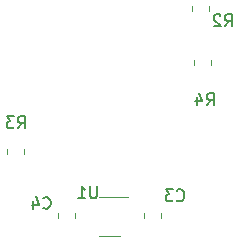
<source format=gbr>
G04 #@! TF.GenerationSoftware,KiCad,Pcbnew,(5.0.0-rc3-dev)*
G04 #@! TF.CreationDate,2018-07-03T21:05:53+03:00*
G04 #@! TF.ProjectId,board,626F6172642E6B696361645F70636200,v0.1*
G04 #@! TF.SameCoordinates,Original*
G04 #@! TF.FileFunction,Legend,Bot*
G04 #@! TF.FilePolarity,Positive*
%FSLAX46Y46*%
G04 Gerber Fmt 4.6, Leading zero omitted, Abs format (unit mm)*
G04 Created by KiCad (PCBNEW (5.0.0-rc3-dev)) date Tue Jul  3 21:05:53 2018*
%MOMM*%
%LPD*%
G01*
G04 APERTURE LIST*
%ADD10C,0.120000*%
%ADD11C,0.150000*%
G04 APERTURE END LIST*
D10*
G04 #@! TO.C,C4*
X125424000Y-70245017D02*
X125424000Y-70660983D01*
X124004000Y-70245017D02*
X124004000Y-70660983D01*
G04 #@! TO.C,C3*
X131243000Y-70245017D02*
X131243000Y-70660983D01*
X132663000Y-70245017D02*
X132663000Y-70660983D01*
G04 #@! TO.C,U1*
X129216356Y-72183000D02*
X127416356Y-72183000D01*
X127416356Y-68963000D02*
X129866356Y-68963000D01*
G04 #@! TO.C,R4*
X135497500Y-57738983D02*
X135497500Y-57323017D01*
X136917500Y-57738983D02*
X136917500Y-57323017D01*
G04 #@! TO.C,R3*
X121106000Y-65281183D02*
X121106000Y-64865217D01*
X119686000Y-65281183D02*
X119686000Y-64865217D01*
G04 #@! TO.C,R2*
X135307000Y-53205983D02*
X135307000Y-52790017D01*
X136727000Y-53205983D02*
X136727000Y-52790017D01*
G04 #@! TO.C,C4*
D11*
X122721666Y-69826142D02*
X122769285Y-69873761D01*
X122912142Y-69921380D01*
X123007380Y-69921380D01*
X123150238Y-69873761D01*
X123245476Y-69778523D01*
X123293095Y-69683285D01*
X123340714Y-69492809D01*
X123340714Y-69349952D01*
X123293095Y-69159476D01*
X123245476Y-69064238D01*
X123150238Y-68969000D01*
X123007380Y-68921380D01*
X122912142Y-68921380D01*
X122769285Y-68969000D01*
X122721666Y-69016619D01*
X121864523Y-69254714D02*
X121864523Y-69921380D01*
X122102619Y-68873761D02*
X122340714Y-69588047D01*
X121721666Y-69588047D01*
G04 #@! TO.C,C3*
X134024666Y-69191142D02*
X134072285Y-69238761D01*
X134215142Y-69286380D01*
X134310380Y-69286380D01*
X134453238Y-69238761D01*
X134548476Y-69143523D01*
X134596095Y-69048285D01*
X134643714Y-68857809D01*
X134643714Y-68714952D01*
X134596095Y-68524476D01*
X134548476Y-68429238D01*
X134453238Y-68334000D01*
X134310380Y-68286380D01*
X134215142Y-68286380D01*
X134072285Y-68334000D01*
X134024666Y-68381619D01*
X133691333Y-68286380D02*
X133072285Y-68286380D01*
X133405619Y-68667333D01*
X133262761Y-68667333D01*
X133167523Y-68714952D01*
X133119904Y-68762571D01*
X133072285Y-68857809D01*
X133072285Y-69095904D01*
X133119904Y-69191142D01*
X133167523Y-69238761D01*
X133262761Y-69286380D01*
X133548476Y-69286380D01*
X133643714Y-69238761D01*
X133691333Y-69191142D01*
G04 #@! TO.C,U1*
X127253904Y-68032380D02*
X127253904Y-68841904D01*
X127206285Y-68937142D01*
X127158666Y-68984761D01*
X127063428Y-69032380D01*
X126872952Y-69032380D01*
X126777714Y-68984761D01*
X126730095Y-68937142D01*
X126682476Y-68841904D01*
X126682476Y-68032380D01*
X125682476Y-69032380D02*
X126253904Y-69032380D01*
X125968190Y-69032380D02*
X125968190Y-68032380D01*
X126063428Y-68175238D01*
X126158666Y-68270476D01*
X126253904Y-68318095D01*
G04 #@! TO.C,R4*
X136564666Y-61158380D02*
X136898000Y-60682190D01*
X137136095Y-61158380D02*
X137136095Y-60158380D01*
X136755142Y-60158380D01*
X136659904Y-60206000D01*
X136612285Y-60253619D01*
X136564666Y-60348857D01*
X136564666Y-60491714D01*
X136612285Y-60586952D01*
X136659904Y-60634571D01*
X136755142Y-60682190D01*
X137136095Y-60682190D01*
X135707523Y-60491714D02*
X135707523Y-61158380D01*
X135945619Y-60110761D02*
X136183714Y-60825047D01*
X135564666Y-60825047D01*
G04 #@! TO.C,R3*
X120562666Y-63100780D02*
X120896000Y-62624590D01*
X121134095Y-63100780D02*
X121134095Y-62100780D01*
X120753142Y-62100780D01*
X120657904Y-62148400D01*
X120610285Y-62196019D01*
X120562666Y-62291257D01*
X120562666Y-62434114D01*
X120610285Y-62529352D01*
X120657904Y-62576971D01*
X120753142Y-62624590D01*
X121134095Y-62624590D01*
X120229333Y-62100780D02*
X119610285Y-62100780D01*
X119943619Y-62481733D01*
X119800761Y-62481733D01*
X119705523Y-62529352D01*
X119657904Y-62576971D01*
X119610285Y-62672209D01*
X119610285Y-62910304D01*
X119657904Y-63005542D01*
X119705523Y-63053161D01*
X119800761Y-63100780D01*
X120086476Y-63100780D01*
X120181714Y-63053161D01*
X120229333Y-63005542D01*
G04 #@! TO.C,R2*
X138088666Y-54466380D02*
X138422000Y-53990190D01*
X138660095Y-54466380D02*
X138660095Y-53466380D01*
X138279142Y-53466380D01*
X138183904Y-53514000D01*
X138136285Y-53561619D01*
X138088666Y-53656857D01*
X138088666Y-53799714D01*
X138136285Y-53894952D01*
X138183904Y-53942571D01*
X138279142Y-53990190D01*
X138660095Y-53990190D01*
X137707714Y-53561619D02*
X137660095Y-53514000D01*
X137564857Y-53466380D01*
X137326761Y-53466380D01*
X137231523Y-53514000D01*
X137183904Y-53561619D01*
X137136285Y-53656857D01*
X137136285Y-53752095D01*
X137183904Y-53894952D01*
X137755333Y-54466380D01*
X137136285Y-54466380D01*
G04 #@! TD*
M02*

</source>
